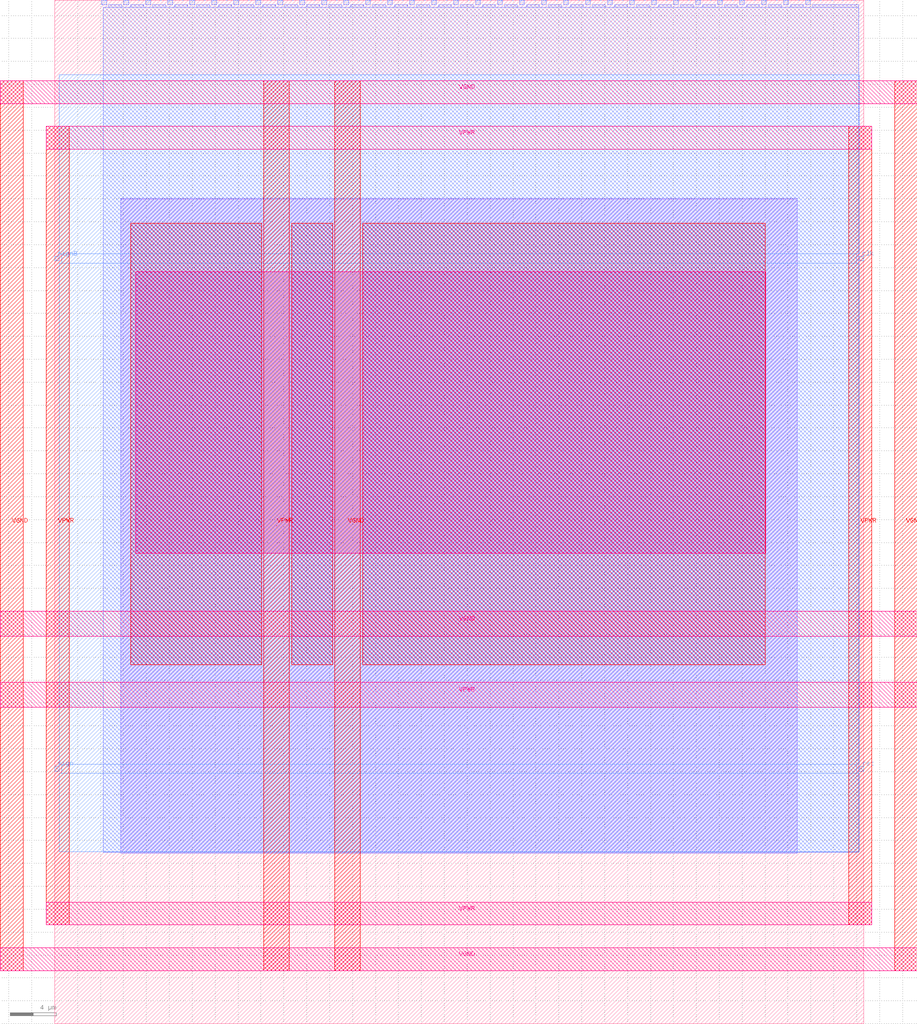
<source format=lef>
VERSION 5.7 ;
  NOWIREEXTENSIONATPIN ON ;
  DIVIDERCHAR "/" ;
  BUSBITCHARS "[]" ;
MACRO DigitalSine
  CLASS BLOCK ;
  FOREIGN DigitalSine ;
  ORIGIN 0.000 0.000 ;
  SIZE 70.625 BY 89.345 ;
  PIN VGND
    DIRECTION INOUT ;
    USE GROUND ;
    PORT
      LAYER Metal4 ;
        RECT -4.740 4.620 -2.740 82.320 ;
    END
    PORT
      LAYER Metal5 ;
        RECT -4.740 4.620 75.300 6.620 ;
    END
    PORT
      LAYER Metal5 ;
        RECT -4.740 80.320 75.300 82.320 ;
    END
    PORT
      LAYER Metal4 ;
        RECT 73.300 4.620 75.300 82.320 ;
    END
    PORT
      LAYER Metal4 ;
        RECT 24.460 4.620 26.660 82.320 ;
    END
    PORT
      LAYER Metal5 ;
        RECT -4.740 33.820 75.300 36.020 ;
    END
  END VGND
  PIN VPWR
    DIRECTION INOUT ;
    USE POWER ;
    PORT
      LAYER Metal4 ;
        RECT -0.740 8.620 1.260 78.320 ;
    END
    PORT
      LAYER Metal5 ;
        RECT -0.740 8.620 71.300 10.620 ;
    END
    PORT
      LAYER Metal5 ;
        RECT -0.740 76.320 71.300 78.320 ;
    END
    PORT
      LAYER Metal4 ;
        RECT 69.300 8.620 71.300 78.320 ;
    END
    PORT
      LAYER Metal4 ;
        RECT 18.260 4.620 20.460 82.320 ;
    END
    PORT
      LAYER Metal5 ;
        RECT -4.740 27.620 75.300 29.820 ;
    END
  END VPWR
  PIN clk
    DIRECTION INPUT ;
    USE SIGNAL ;
    ANTENNAGATEAREA 0.725400 ;
    PORT
      LAYER Metal3 ;
        RECT 70.225 66.580 70.625 66.980 ;
    END
  END clk
  PIN rst
    DIRECTION INPUT ;
    USE SIGNAL ;
    ANTENNAGATEAREA 0.180700 ;
    PORT
      LAYER Metal3 ;
        RECT 70.225 22.060 70.625 22.460 ;
    END
  END rst
  PIN sign
    DIRECTION OUTPUT ;
    USE SIGNAL ;
    ANTENNADIFFAREA 0.706800 ;
    PORT
      LAYER Metal3 ;
        RECT 0.000 22.060 0.400 22.460 ;
    END
  END sign
  PIN signB
    DIRECTION OUTPUT ;
    USE SIGNAL ;
    ANTENNADIFFAREA 0.706800 ;
    PORT
      LAYER Metal3 ;
        RECT 0.000 66.580 0.400 66.980 ;
    END
  END signB
  PIN sine_out[0]
    DIRECTION OUTPUT ;
    USE SIGNAL ;
    ANTENNADIFFAREA 0.706800 ;
    PORT
      LAYER Metal2 ;
        RECT 4.120 88.945 4.520 89.345 ;
    END
  END sine_out[0]
  PIN sine_out[10]
    DIRECTION OUTPUT ;
    USE SIGNAL ;
    ANTENNADIFFAREA 0.706800 ;
    PORT
      LAYER Metal2 ;
        RECT 23.320 88.945 23.720 89.345 ;
    END
  END sine_out[10]
  PIN sine_out[11]
    DIRECTION OUTPUT ;
    USE SIGNAL ;
    ANTENNADIFFAREA 0.706800 ;
    PORT
      LAYER Metal2 ;
        RECT 25.240 88.945 25.640 89.345 ;
    END
  END sine_out[11]
  PIN sine_out[12]
    DIRECTION OUTPUT ;
    USE SIGNAL ;
    ANTENNADIFFAREA 0.706800 ;
    PORT
      LAYER Metal2 ;
        RECT 27.160 88.945 27.560 89.345 ;
    END
  END sine_out[12]
  PIN sine_out[13]
    DIRECTION OUTPUT ;
    USE SIGNAL ;
    ANTENNADIFFAREA 0.706800 ;
    PORT
      LAYER Metal2 ;
        RECT 29.080 88.945 29.480 89.345 ;
    END
  END sine_out[13]
  PIN sine_out[14]
    DIRECTION OUTPUT ;
    USE SIGNAL ;
    ANTENNADIFFAREA 0.706800 ;
    PORT
      LAYER Metal2 ;
        RECT 31.000 88.945 31.400 89.345 ;
    END
  END sine_out[14]
  PIN sine_out[15]
    DIRECTION OUTPUT ;
    USE SIGNAL ;
    ANTENNADIFFAREA 0.706800 ;
    PORT
      LAYER Metal2 ;
        RECT 32.920 88.945 33.320 89.345 ;
    END
  END sine_out[15]
  PIN sine_out[16]
    DIRECTION OUTPUT ;
    USE SIGNAL ;
    ANTENNADIFFAREA 0.706800 ;
    PORT
      LAYER Metal2 ;
        RECT 34.840 88.945 35.240 89.345 ;
    END
  END sine_out[16]
  PIN sine_out[17]
    DIRECTION OUTPUT ;
    USE SIGNAL ;
    ANTENNADIFFAREA 0.706800 ;
    PORT
      LAYER Metal2 ;
        RECT 36.760 88.945 37.160 89.345 ;
    END
  END sine_out[17]
  PIN sine_out[18]
    DIRECTION OUTPUT ;
    USE SIGNAL ;
    ANTENNADIFFAREA 0.706800 ;
    PORT
      LAYER Metal2 ;
        RECT 38.680 88.945 39.080 89.345 ;
    END
  END sine_out[18]
  PIN sine_out[19]
    DIRECTION OUTPUT ;
    USE SIGNAL ;
    ANTENNADIFFAREA 0.706800 ;
    PORT
      LAYER Metal2 ;
        RECT 40.600 88.945 41.000 89.345 ;
    END
  END sine_out[19]
  PIN sine_out[1]
    DIRECTION OUTPUT ;
    USE SIGNAL ;
    ANTENNADIFFAREA 0.706800 ;
    PORT
      LAYER Metal2 ;
        RECT 6.040 88.945 6.440 89.345 ;
    END
  END sine_out[1]
  PIN sine_out[20]
    DIRECTION OUTPUT ;
    USE SIGNAL ;
    ANTENNADIFFAREA 0.706800 ;
    PORT
      LAYER Metal2 ;
        RECT 42.520 88.945 42.920 89.345 ;
    END
  END sine_out[20]
  PIN sine_out[21]
    DIRECTION OUTPUT ;
    USE SIGNAL ;
    ANTENNADIFFAREA 0.706800 ;
    PORT
      LAYER Metal2 ;
        RECT 44.440 88.945 44.840 89.345 ;
    END
  END sine_out[21]
  PIN sine_out[22]
    DIRECTION OUTPUT ;
    USE SIGNAL ;
    ANTENNADIFFAREA 0.706800 ;
    PORT
      LAYER Metal2 ;
        RECT 46.360 88.945 46.760 89.345 ;
    END
  END sine_out[22]
  PIN sine_out[23]
    DIRECTION OUTPUT ;
    USE SIGNAL ;
    ANTENNADIFFAREA 0.706800 ;
    PORT
      LAYER Metal2 ;
        RECT 48.280 88.945 48.680 89.345 ;
    END
  END sine_out[23]
  PIN sine_out[24]
    DIRECTION OUTPUT ;
    USE SIGNAL ;
    ANTENNADIFFAREA 0.706800 ;
    PORT
      LAYER Metal2 ;
        RECT 50.200 88.945 50.600 89.345 ;
    END
  END sine_out[24]
  PIN sine_out[25]
    DIRECTION OUTPUT ;
    USE SIGNAL ;
    ANTENNADIFFAREA 0.706800 ;
    PORT
      LAYER Metal2 ;
        RECT 52.120 88.945 52.520 89.345 ;
    END
  END sine_out[25]
  PIN sine_out[26]
    DIRECTION OUTPUT ;
    USE SIGNAL ;
    ANTENNADIFFAREA 0.706800 ;
    PORT
      LAYER Metal2 ;
        RECT 54.040 88.945 54.440 89.345 ;
    END
  END sine_out[26]
  PIN sine_out[27]
    DIRECTION OUTPUT ;
    USE SIGNAL ;
    ANTENNADIFFAREA 0.706800 ;
    PORT
      LAYER Metal2 ;
        RECT 55.960 88.945 56.360 89.345 ;
    END
  END sine_out[27]
  PIN sine_out[28]
    DIRECTION OUTPUT ;
    USE SIGNAL ;
    ANTENNADIFFAREA 0.706800 ;
    PORT
      LAYER Metal2 ;
        RECT 57.880 88.945 58.280 89.345 ;
    END
  END sine_out[28]
  PIN sine_out[29]
    DIRECTION OUTPUT ;
    USE SIGNAL ;
    ANTENNADIFFAREA 0.706800 ;
    PORT
      LAYER Metal2 ;
        RECT 59.800 88.945 60.200 89.345 ;
    END
  END sine_out[29]
  PIN sine_out[2]
    DIRECTION OUTPUT ;
    USE SIGNAL ;
    ANTENNADIFFAREA 0.706800 ;
    PORT
      LAYER Metal2 ;
        RECT 7.960 88.945 8.360 89.345 ;
    END
  END sine_out[2]
  PIN sine_out[30]
    DIRECTION OUTPUT ;
    USE SIGNAL ;
    ANTENNADIFFAREA 0.706800 ;
    PORT
      LAYER Metal2 ;
        RECT 61.720 88.945 62.120 89.345 ;
    END
  END sine_out[30]
  PIN sine_out[31]
    DIRECTION OUTPUT ;
    USE SIGNAL ;
    ANTENNADIFFAREA 0.706800 ;
    PORT
      LAYER Metal2 ;
        RECT 63.640 88.945 64.040 89.345 ;
    END
  END sine_out[31]
  PIN sine_out[32]
    DIRECTION OUTPUT ;
    USE SIGNAL ;
    ANTENNADIFFAREA 0.706800 ;
    PORT
      LAYER Metal2 ;
        RECT 65.560 88.945 65.960 89.345 ;
    END
  END sine_out[32]
  PIN sine_out[3]
    DIRECTION OUTPUT ;
    USE SIGNAL ;
    ANTENNADIFFAREA 0.706800 ;
    PORT
      LAYER Metal2 ;
        RECT 9.880 88.945 10.280 89.345 ;
    END
  END sine_out[3]
  PIN sine_out[4]
    DIRECTION OUTPUT ;
    USE SIGNAL ;
    ANTENNADIFFAREA 0.706800 ;
    PORT
      LAYER Metal2 ;
        RECT 11.800 88.945 12.200 89.345 ;
    END
  END sine_out[4]
  PIN sine_out[5]
    DIRECTION OUTPUT ;
    USE SIGNAL ;
    ANTENNADIFFAREA 0.706800 ;
    PORT
      LAYER Metal2 ;
        RECT 13.720 88.945 14.120 89.345 ;
    END
  END sine_out[5]
  PIN sine_out[6]
    DIRECTION OUTPUT ;
    USE SIGNAL ;
    ANTENNADIFFAREA 0.706800 ;
    PORT
      LAYER Metal2 ;
        RECT 15.640 88.945 16.040 89.345 ;
    END
  END sine_out[6]
  PIN sine_out[7]
    DIRECTION OUTPUT ;
    USE SIGNAL ;
    ANTENNADIFFAREA 0.706800 ;
    PORT
      LAYER Metal2 ;
        RECT 17.560 88.945 17.960 89.345 ;
    END
  END sine_out[7]
  PIN sine_out[8]
    DIRECTION OUTPUT ;
    USE SIGNAL ;
    ANTENNADIFFAREA 0.706800 ;
    PORT
      LAYER Metal2 ;
        RECT 19.480 88.945 19.880 89.345 ;
    END
  END sine_out[8]
  PIN sine_out[9]
    DIRECTION OUTPUT ;
    USE SIGNAL ;
    ANTENNADIFFAREA 0.706800 ;
    PORT
      LAYER Metal2 ;
        RECT 21.400 88.945 21.800 89.345 ;
    END
  END sine_out[9]
  OBS
      LAYER GatPoly ;
        RECT 5.760 14.970 64.800 71.970 ;
      LAYER Metal1 ;
        RECT 5.760 14.900 64.800 72.040 ;
      LAYER Metal2 ;
        RECT 4.730 88.735 5.830 88.945 ;
        RECT 6.650 88.735 7.750 88.945 ;
        RECT 8.570 88.735 9.670 88.945 ;
        RECT 10.490 88.735 11.590 88.945 ;
        RECT 12.410 88.735 13.510 88.945 ;
        RECT 14.330 88.735 15.430 88.945 ;
        RECT 16.250 88.735 17.350 88.945 ;
        RECT 18.170 88.735 19.270 88.945 ;
        RECT 20.090 88.735 21.190 88.945 ;
        RECT 22.010 88.735 23.110 88.945 ;
        RECT 23.930 88.735 25.030 88.945 ;
        RECT 25.850 88.735 26.950 88.945 ;
        RECT 27.770 88.735 28.870 88.945 ;
        RECT 29.690 88.735 30.790 88.945 ;
        RECT 31.610 88.735 32.710 88.945 ;
        RECT 33.530 88.735 34.630 88.945 ;
        RECT 35.450 88.735 36.550 88.945 ;
        RECT 37.370 88.735 38.470 88.945 ;
        RECT 39.290 88.735 40.390 88.945 ;
        RECT 41.210 88.735 42.310 88.945 ;
        RECT 43.130 88.735 44.230 88.945 ;
        RECT 45.050 88.735 46.150 88.945 ;
        RECT 46.970 88.735 48.070 88.945 ;
        RECT 48.890 88.735 49.990 88.945 ;
        RECT 50.810 88.735 51.910 88.945 ;
        RECT 52.730 88.735 53.830 88.945 ;
        RECT 54.650 88.735 55.750 88.945 ;
        RECT 56.570 88.735 57.670 88.945 ;
        RECT 58.490 88.735 59.590 88.945 ;
        RECT 60.410 88.735 61.510 88.945 ;
        RECT 62.330 88.735 63.430 88.945 ;
        RECT 64.250 88.735 65.350 88.945 ;
        RECT 66.170 88.735 70.185 88.945 ;
        RECT 4.215 14.975 70.185 88.735 ;
      LAYER Metal3 ;
        RECT 0.400 67.190 70.225 82.840 ;
        RECT 0.610 66.370 70.015 67.190 ;
        RECT 0.400 22.670 70.225 66.370 ;
        RECT 0.610 21.850 70.015 22.670 ;
        RECT 0.400 15.020 70.225 21.850 ;
      LAYER Metal4 ;
        RECT 6.620 31.355 18.050 69.865 ;
        RECT 20.670 31.355 24.250 69.865 ;
        RECT 26.870 31.355 62.025 69.865 ;
      LAYER Metal5 ;
        RECT 7.055 41.060 62.065 65.620 ;
  END
END DigitalSine
END LIBRARY


</source>
